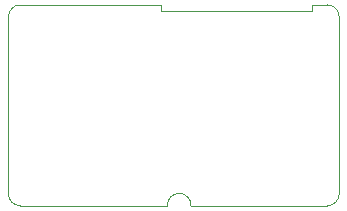
<source format=gbr>
%TF.GenerationSoftware,KiCad,Pcbnew,8.0.3*%
%TF.CreationDate,2024-06-28T03:43:35+08:00*%
%TF.ProjectId,hpm_dap,68706d5f-6461-4702-9e6b-696361645f70,rev?*%
%TF.SameCoordinates,Original*%
%TF.FileFunction,Profile,NP*%
%FSLAX46Y46*%
G04 Gerber Fmt 4.6, Leading zero omitted, Abs format (unit mm)*
G04 Created by KiCad (PCBNEW 8.0.3) date 2024-06-28 03:43:35*
%MOMM*%
%LPD*%
G01*
G04 APERTURE LIST*
%TA.AperFunction,Profile*%
%ADD10C,0.050000*%
%TD*%
%TA.AperFunction,Profile*%
%ADD11C,0.025400*%
%TD*%
G04 APERTURE END LIST*
D10*
X53810893Y-23932893D02*
X65710893Y-23932893D01*
D11*
X79810893Y-23932893D02*
G75*
G02*
X80810907Y-24932893I7J-1000007D01*
G01*
X53810893Y-40932893D02*
G75*
G02*
X52810907Y-39932893I7J999993D01*
G01*
D10*
X79810893Y-23932893D02*
X78510893Y-23932893D01*
D11*
X52810893Y-24932893D02*
G75*
G02*
X53810893Y-23932893I1000007J-7D01*
G01*
D10*
X79810893Y-40932893D02*
X68267893Y-40932893D01*
D11*
X80810893Y-39932893D02*
G75*
G02*
X79810893Y-40932893I-999993J-7D01*
G01*
D10*
X53810893Y-40932893D02*
X66267893Y-40932893D01*
D11*
X80810893Y-24932893D02*
X80810893Y-39932893D01*
D10*
X66267894Y-40932893D02*
G75*
G02*
X68267892Y-40932893I999999J45500D01*
G01*
D11*
X52810893Y-24932893D02*
X52810893Y-39932893D01*
D10*
%TO.C,J2*%
X65710893Y-24432893D02*
X65710893Y-23932893D01*
X65710893Y-24432893D02*
X78510893Y-24432893D01*
X78510893Y-24432893D02*
X78510893Y-23932893D01*
%TD*%
M02*

</source>
